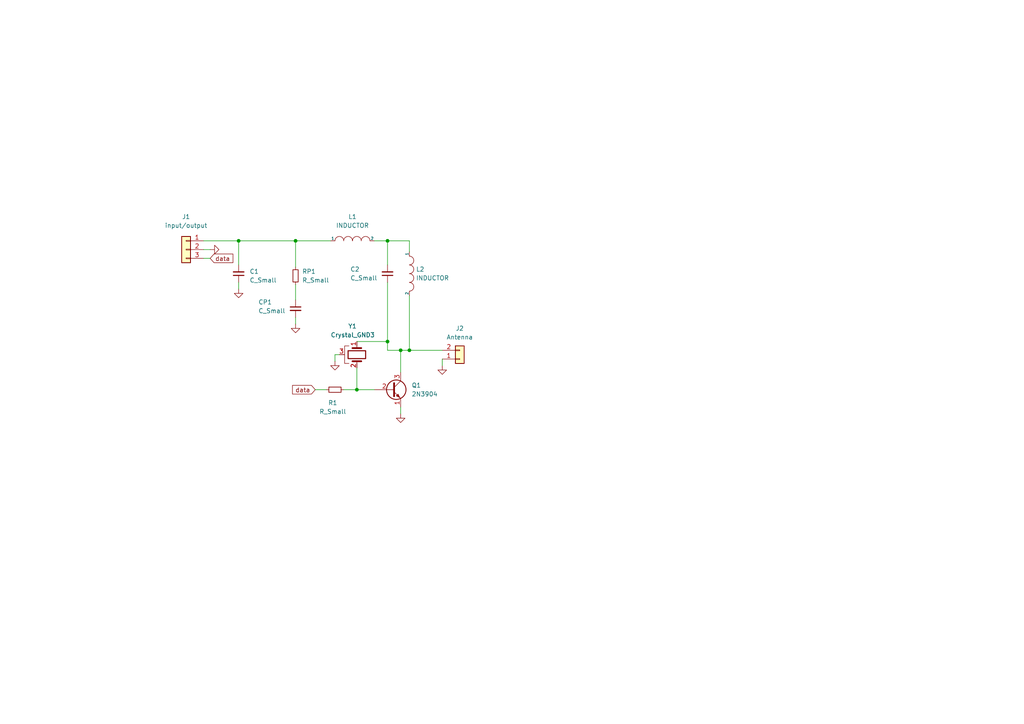
<source format=kicad_sch>
(kicad_sch (version 20211123) (generator eeschema)
  (paper "A4")
  (lib_symbols
    (symbol "Connector_Generic:Conn_01x02" (pin_names (offset 1.016) hide)
      (property "Reference" "J" (at 0 2.54 0))
      (property "Value" "Conn_01x02" (at 0 -5.08 0))
      (symbol "Conn_01x02_1_1"
        (rectangle (start -1.27 -2.413) (end 0 -2.667) (stroke (width 0.1524)))
        (rectangle (start -1.27 0.127) (end 0 -0.127) (stroke (width 0.1524)))
        (rectangle (start -1.27 1.27) (end 1.27 -3.81) (stroke (width 0.254)) (fill (type background)))
        (pin passive line (at -5.08 0 0) (length 3.81) (name "Pin_1") (number "1"))
        (pin passive line (at -5.08 -2.54 0) (length 3.81) (name "Pin_2") (number "2"))
      )
    )
    (symbol "Connector_Generic:Conn_01x03" (pin_names (offset 1.016) hide)
      (property "Reference" "J" (at 0 5.08 0))
      (property "Value" "Conn_01x03" (at 0 -5.08 0))
      (symbol "Conn_01x03_1_1"
        (rectangle (start -1.27 -2.413) (end 0 -2.667) (stroke (width 0.1524)))
        (rectangle (start -1.27 0.127) (end 0 -0.127) (stroke (width 0.1524)))
        (rectangle (start -1.27 2.667) (end 0 2.413) (stroke (width 0.1524)))
        (rectangle (start -1.27 3.81) (end 1.27 -3.81) (stroke (width 0.254)) (fill (type background)))
        (pin passive line (at -5.08 2.54 0) (length 3.81) (name "Pin_1") (number "1"))
        (pin passive line (at -5.08 0 0) (length 3.81) (name "Pin_2") (number "2"))
        (pin passive line (at -5.08 -2.54 0) (length 3.81) (name "Pin_3") (number "3"))
      )
    )
    (symbol "Device:C_Small" (pin_numbers hide) (pin_names (offset 0.254) hide)
      (property "Reference" "C" (at 0.254 1.778 0))
      (property "Value" "C_Small" (at 0.254 -2.032 0))
      (symbol "C_Small_0_1"
        (polyline (pts (xy -1.524 -0.508) (xy 1.524 -0.508)) (stroke (width 0.3302)))
        (polyline (pts (xy -1.524 0.508) (xy 1.524 0.508)) (stroke (width 0.3048)))
      )
      (symbol "C_Small_1_1"
        (pin passive line (at 0 2.54 270) (length 2.032) (name "~") (number "1"))
        (pin passive line (at 0 -2.54 90) (length 2.032) (name "~") (number "2"))
      )
    )
    (symbol "Device:Crystal_GND3" (pin_names (offset 1.016) hide)
      (property "Reference" "Y" (at 0 5.715 0))
      (property "Value" "Crystal_GND3" (at 0 3.81 0))
      (symbol "Crystal_GND3_0_1"
        (rectangle (start -1.143 2.54) (end 1.143 -2.54) (stroke (width 0.3048)))
        (polyline (pts (xy -2.54 0) (xy -1.905 0)))
        (polyline (pts (xy -1.905 -1.27) (xy -1.905 1.27)) (stroke (width 0.508)))
        (polyline (pts (xy 0 -3.81) (xy 0 -3.556)))
        (polyline (pts (xy 1.905 0) (xy 2.54 0)))
        (polyline (pts (xy 1.905 1.27) (xy 1.905 -1.27)) (stroke (width 0.508)))
        (polyline (pts (xy -2.54 -2.286) (xy -2.54 -3.556) (xy 2.54 -3.556) (xy 2.54 -2.286)))
      )
      (symbol "Crystal_GND3_1_1"
        (pin passive line (at -3.81 0 0) (length 1.27) (name "1") (number "1"))
        (pin passive line (at 3.81 0 180) (length 1.27) (name "2") (number "2"))
        (pin passive line (at 0 -5.08 90) (length 1.27) (name "3") (number "3"))
      )
    )
    (symbol "Device:R_Small" (pin_numbers hide) (pin_names (offset 0.254) hide)
      (property "Reference" "R" (at 0.762 0.508 0))
      (property "Value" "R_Small" (at 0.762 -1.016 0))
      (symbol "R_Small_0_1"
        (rectangle (start -0.762 1.778) (end 0.762 -1.778) (stroke (width 0.2032)))
      )
      (symbol "R_Small_1_1"
        (pin passive line (at 0 2.54 270) (length 0.762) (name "~") (number "1"))
        (pin passive line (at 0 -2.54 90) (length 0.762) (name "~") (number "2"))
      )
    )
    (symbol "Transistor_BJT:2N3904" (pin_names (offset 0) hide)
      (property "Reference" "Q" (at 5.08 1.905 0))
      (property "Value" "2N3904" (at 5.08 0 0))
      (symbol "2N3904_0_1"
        (polyline (pts (xy 0.635 0.635) (xy 2.54 2.54)))
        (polyline (pts (xy 0.635 -0.635) (xy 2.54 -2.54) (xy 2.54 -2.54)))
        (polyline (pts (xy 0.635 1.905) (xy 0.635 -1.905) (xy 0.635 -1.905)) (stroke (width 0.508)))
        (polyline (pts (xy 1.27 -1.778) (xy 1.778 -1.27) (xy 2.286 -2.286) (xy 1.27 -1.778) (xy 1.27 -1.778)) (fill (type outline)))
        (circle (center 1.27 0) (radius 2.8194) (stroke (width 0.254)))
      )
      (symbol "2N3904_1_1"
        (pin passive line (at 2.54 -5.08 90) (length 2.54) (name "E") (number "1"))
        (pin passive line (at -5.08 0 0) (length 5.715) (name "B") (number "2"))
        (pin passive line (at 2.54 5.08 270) (length 2.54) (name "C") (number "3"))
      )
    )
    (symbol "power:GND" (power) (pin_names (offset 0))
      (property "Value" "GND" (at 0 -3.81 0))
      (symbol "GND_0_1"
        (polyline (pts (xy 0 0) (xy 0 -1.27) (xy 1.27 -1.27) (xy 0 -2.54) (xy -1.27 -1.27) (xy 0 -1.27)))
      )
      (symbol "GND_1_1"
        (pin power_in line (at 0 0 270) (length 0) hide (name "GND") (number "1"))
      )
    )
    (symbol "pspice:INDUCTOR" (pin_numbers hide) (pin_names (offset 0))
      (property "Reference" "L" (at 0 2.54 0))
      (property "Value" "INDUCTOR" (at 0 -1.27 0))
      (symbol "INDUCTOR_0_1"
        (arc (start -2.54 0) (mid -3.81 1.27) (end -5.08 0))
        (arc (start 0 0) (mid -1.27 1.27) (end -2.54 0))
        (arc (start 2.54 0) (mid 1.27 1.27) (end 0 0))
        (arc (start 5.08 0) (mid 3.81 1.27) (end 2.54 0))
      )
      (symbol "INDUCTOR_1_1"
        (pin input line (at -6.35 0 0) (length 1.27) (name "1") (number "1"))
        (pin input line (at 6.35 0 180) (length 1.27) (name "2") (number "2"))
      )
    )
  )
  (junction (at 112.395 69.85))
  (junction (at 85.725 69.85))
  (junction (at 112.395 99.06))
  (junction (at 116.205 101.6))
  (junction (at 69.215 69.85))
  (junction (at 118.745 101.6))
  (junction (at 103.505 113.03))
  (wire (pts (xy 112.395 81.915) (xy 112.395 99.06)))
  (wire (pts (xy 112.395 69.85) (xy 118.745 69.85)))
  (wire (pts (xy 116.205 118.11) (xy 116.205 120.015)))
  (wire (pts (xy 108.585 69.85) (xy 112.395 69.85)))
  (wire (pts (xy 91.44 113.03) (xy 94.615 113.03)))
  (wire (pts (xy 99.695 113.03) (xy 103.505 113.03)))
  (wire (pts (xy 118.745 101.6) (xy 118.745 85.725)))
  (wire (pts (xy 112.395 99.06) (xy 112.395 101.6)))
  (wire (pts (xy 59.055 69.85) (xy 69.215 69.85)))
  (wire (pts (xy 59.055 74.93) (xy 60.96 74.93)))
  (wire (pts (xy 69.215 81.915) (xy 69.215 83.82)))
  (wire (pts (xy 118.745 73.025) (xy 118.745 69.85)))
  (wire (pts (xy 116.205 107.95) (xy 116.205 101.6)))
  (wire (pts (xy 97.155 102.87) (xy 97.155 104.775)))
  (wire (pts (xy 103.505 113.03) (xy 108.585 113.03)))
  (wire (pts (xy 85.725 69.85) (xy 85.725 77.47)))
  (wire (pts (xy 103.505 99.06) (xy 112.395 99.06)))
  (wire (pts (xy 118.745 101.6) (xy 128.27 101.6)))
  (wire (pts (xy 112.395 101.6) (xy 116.205 101.6)))
  (wire (pts (xy 69.215 69.85) (xy 85.725 69.85)))
  (wire (pts (xy 85.725 82.55) (xy 85.725 86.995)))
  (wire (pts (xy 59.055 72.39) (xy 60.96 72.39)))
  (wire (pts (xy 69.215 69.85) (xy 69.215 76.835)))
  (wire (pts (xy 85.725 92.075) (xy 85.725 93.98)))
  (wire (pts (xy 128.27 104.14) (xy 128.27 106.045)))
  (wire (pts (xy 112.395 69.85) (xy 112.395 76.835)))
  (wire (pts (xy 97.155 102.87) (xy 98.425 102.87)))
  (wire (pts (xy 116.205 101.6) (xy 118.745 101.6)))
  (wire (pts (xy 85.725 69.85) (xy 95.885 69.85)))
  (wire (pts (xy 103.505 106.68) (xy 103.505 113.03)))
  (global_label "data" (shape input) (at 60.96 74.93 0) (property "Intersheet References" "${INTERSHEET_REFS}" (effects hide)))
  (global_label "data" (shape input) (at 91.44 113.03 180) (property "Intersheet References" "${INTERSHEET_REFS}" (effects hide)))
  (symbol (lib_id "pspice:INDUCTOR") (at 102.235 69.85 0) (unit 1)
    (property "Reference" "L1" (at 102.235 62.865 0))
    (property "Value" "INDUCTOR" (at 102.235 65.405 0))
    (property "Footprint" "Resistor_THT:R_Axial_DIN0204_L3.6mm_D1.6mm_P7.62mm_Horizontal" (effects hide))
  )
  (symbol (lib_id "Transistor_BJT:2N3904") (at 113.665 113.03 0) (unit 1)
    (property "Reference" "Q1" (at 119.38 111.7599 0) (effects (justify left)))
    (property "Value" "2N3904" (at 119.38 114.2999 0) (effects (justify left)))
    (property "Footprint" "Package_TO_SOT_THT:TO-92_Inline" (effects hide))
    (property "Datasheet" "https://www.onsemi.com/pub/Collateral/2N3903-D.PDF" (effects hide))
  )
  (symbol (lib_id "Device:Crystal_GND3") (at 103.505 102.87 270) (unit 1)
    (property "Reference" "Y1" (at 100.965 94.615 90) (effects (justify left)))
    (property "Value" "Crystal_GND3" (at 95.885 97.155 90) (effects (justify left)))
    (property "Footprint" "Crystal:Crystal_HC49-4H_Vertical" (effects hide))
  )
  (symbol (lib_id "power:GND") (at 69.215 83.82 0) (unit 1)
    (property "Reference" "#PWR02" (effects hide))
    (property "Value" "GND" (effects hide))
  )
  (symbol (lib_id "Device:R_Small") (at 97.155 113.03 90) (unit 1)
    (property "Reference" "R1" (at 96.52 116.84 90))
    (property "Value" "R_Small" (at 96.52 119.38 90))
    (property "Footprint" "Resistor_THT:R_Axial_DIN0204_L3.6mm_D1.6mm_P5.08mm_Horizontal" (effects hide))
  )
  (symbol (lib_id "pspice:INDUCTOR") (at 118.745 79.375 270) (unit 1)
    (property "Reference" "L2" (at 120.65 78.1049 90) (effects (justify left)))
    (property "Value" "INDUCTOR" (at 120.65 80.6449 90) (effects (justify left)))
    (property "Footprint" "Resistor_THT:R_Axial_DIN0207_L6.3mm_D2.5mm_P10.16mm_Horizontal" (effects hide))
  )
  (symbol (lib_id "power:GND") (at 60.96 72.39 90) (unit 1)
    (property "Reference" "#PWR01" (effects hide))
    (property "Value" "GND" (effects hide))
  )
  (symbol (lib_id "Device:R_Small") (at 85.725 80.01 0) (unit 1)
    (property "Reference" "RP1" (at 87.63 78.7399 0) (effects (justify left)))
    (property "Value" "R_Small" (at 87.63 81.2799 0) (effects (justify left)))
    (property "Footprint" "Resistor_THT:R_Axial_DIN0204_L3.6mm_D1.6mm_P5.08mm_Horizontal" (effects hide))
  )
  (symbol (lib_id "power:GND") (at 85.725 93.98 0) (unit 1)
    (property "Reference" "#PWR03" (effects hide))
    (property "Value" "GND" (effects hide))
  )
  (symbol (lib_id "Connector_Generic:Conn_01x03") (at 53.975 72.39 0) (mirror y) (unit 1)
    (property "Reference" "J1" (at 53.975 62.865 0))
    (property "Value" "input/output" (at 53.975 65.405 0))
    (property "Footprint" "Connector_PinHeader_2.54mm:PinHeader_1x03_P2.54mm_Vertical" (effects hide))
  )
  (symbol (lib_id "Device:C_Small") (at 69.215 79.375 180) (unit 1)
    (property "Reference" "C1" (at 72.39 78.74 0) (effects (justify right)))
    (property "Value" "C_Small" (at 72.39 81.28 0) (effects (justify right)))
    (property "Footprint" "Capacitor_THT:C_Disc_D10.0mm_W2.5mm_P5.00mm" (effects hide))
  )
  (symbol (lib_id "Device:C_Small") (at 112.395 79.375 180) (unit 1)
    (property "Reference" "C2" (at 101.6 78.105 0) (effects (justify right)))
    (property "Value" "C_Small" (at 101.6 80.645 0) (effects (justify right)))
    (property "Footprint" "Capacitor_THT:C_Disc_D10.0mm_W2.5mm_P5.00mm" (effects hide))
  )
  (symbol (lib_id "Connector_Generic:Conn_01x02") (at 133.35 104.14 0) (mirror x) (unit 1)
    (property "Reference" "J2" (at 133.35 95.25 0))
    (property "Value" "Antenna" (at 133.35 97.79 0))
    (property "Footprint" "Connector_PinHeader_2.54mm:PinHeader_1x02_P2.54mm_Vertical" (effects hide))
  )
  (symbol (lib_id "power:GND") (at 116.205 120.015 0) (unit 1)
    (property "Reference" "#PWR05" (effects hide))
    (property "Value" "GND" (effects hide))
  )
  (symbol (lib_id "power:GND") (at 128.27 106.045 0) (unit 1)
    (property "Reference" "#PWR06" (effects hide))
    (property "Value" "GND" (effects hide))
  )
  (symbol (lib_id "Device:C_Small") (at 85.725 89.535 0) (unit 1)
    (property "Reference" "CP1" (at 74.93 87.63 0) (effects (justify left)))
    (property "Value" "C_Small" (at 74.93 90.17 0) (effects (justify left)))
    (property "Footprint" "Capacitor_THT:C_Disc_D10.0mm_W2.5mm_P5.00mm" (effects hide))
  )
  (symbol (lib_id "power:GND") (at 97.155 104.775 0) (unit 1)
    (property "Reference" "#PWR04" (effects hide))
    (property "Value" "GND" (effects hide))
  )
)
</source>
